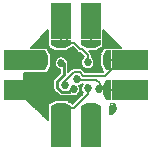
<source format=gbl>
G04 DipTrace 3.0.0.2*
G04 DRV2605L_ADJUSTED2.gbl*
%MOIN*%
G04 #@! TF.FileFunction,Copper,L2,Bot*
G04 #@! TF.Part,Single*
%AMOUTLINE0*
4,1,6,
-0.003839,0.033465,
0.014469,0.033465,
0.014469,-0.033465,
-0.003839,-0.033465,
-0.014469,-0.012795,
-0.014469,0.012795,
-0.003839,0.033465,
0*%
%AMOUTLINE3*
4,1,6,
-0.00374,0.033465,
0.01437,0.033465,
0.01437,-0.033465,
-0.00374,-0.033465,
-0.01437,-0.012795,
-0.01437,0.012795,
-0.00374,0.033465,
0*%
%AMOUTLINE6*
4,1,6,
0.033465,0.003839,
0.033465,-0.014469,
-0.033465,-0.014469,
-0.033465,0.003839,
-0.012795,0.014469,
0.012795,0.014469,
0.033465,0.003839,
0*%
%AMOUTLINE15*
4,1,6,
-0.033465,-0.003839,
-0.033465,0.014469,
0.033465,0.014469,
0.033465,-0.003839,
0.012795,-0.014469,
-0.012795,-0.014469,
-0.033465,-0.003839,
0*%
%AMOUTLINE18*
4,1,6,
0.003839,-0.033465,
-0.014469,-0.033465,
-0.014469,0.033465,
0.003839,0.033465,
0.014469,0.012795,
0.014469,-0.012795,
0.003839,-0.033465,
0*%
%AMOUTLINE21*
4,1,35,
-0.01245,-0.021726,
-0.00495,-0.020573,
0.00085,-0.018223,
0.00455,-0.015223,
0.00755,-0.012223,
0.01005,-0.007793,
0.01105,-0.005223,
0.01185,-0.001474,
0.012249,0.000526,
0.01245,0.003777,
0.01155,0.006327,
0.01005,0.007827,
0.00905,0.008827,
0.00855,0.011344,
0.008749,0.012344,
0.009337,0.014344,
0.01055,0.015425,
0.007337,0.019327,
0.004337,0.017344,
0.003636,0.017344,
0.002219,0.020827,
0.00005,0.021327,
-0.00395,0.021726,
0.000249,0.011777,
0.000249,0.010526,
-0.00005,0.008827,
-0.00095,0.008425,
-0.00295,0.009226,
-0.00545,0.013777,
-0.00824,0.020526,
-0.01024,0.019526,
-0.012379,0.017026,
-0.00945,0.009526,
-0.01095,0.009777,
-0.01245,0.009777,
-0.01245,-0.021726,
0*%
G04 #@! TA.AperFunction,Conductor*
%ADD13C,0.008*%
%ADD14C,0.01*%
G04 #@! TA.AperFunction,CopperBalancing*
%ADD15C,0.006*%
G04 #@! TA.AperFunction,ComponentPad*
%ADD19R,0.062992X0.066929*%
%ADD20R,0.08X0.066929*%
%ADD21R,0.066929X0.062992*%
%ADD22R,0.066929X0.08*%
%ADD31R,0.07874X0.066929*%
%ADD32R,0.066929X0.07874*%
G04 #@! TA.AperFunction,ViaPad*
%ADD33C,0.027*%
%ADD63OUTLINE0*%
%ADD66OUTLINE3*%
%ADD69OUTLINE6*%
%ADD78OUTLINE15*%
%ADD81OUTLINE18*%
%ADD84OUTLINE21*%
%FSLAX26Y26*%
G04*
G70*
G90*
G75*
G01*
G04 Bottom*
%LPD*%
X304054Y249894D2*
D13*
X349822D1*
X163934Y169463D2*
Y180449D1*
X193954Y210469D1*
X213924D1*
X224902Y199491D1*
X299419D1*
X349822Y249894D1*
X95589Y149894D2*
X49822D1*
X266713Y223127D2*
Y213879D1*
X230482D1*
X217791Y226570D1*
X190110D1*
X183643Y233037D1*
Y253761D1*
X182881D1*
X49822Y149894D2*
X75630D1*
X126667Y200930D1*
Y250199D1*
X142486Y266018D1*
X167781D1*
X180038Y253761D1*
X182881D1*
X192870Y153533D2*
D14*
X184743D1*
X176131Y144921D1*
X153749D1*
X139344Y159327D1*
Y180457D1*
X160429Y201542D1*
Y239730D1*
X159375Y240783D1*
X152218D1*
X249822Y304126D2*
D15*
Y349894D1*
X240180Y242969D2*
D13*
Y266803D1*
X219825Y287157D1*
X214675D1*
X195459Y306373D1*
X172693D1*
Y327022D1*
X149822Y349894D1*
Y304126D2*
Y349894D1*
X303955Y149894D2*
X349822D1*
X203822Y186879D2*
Y185388D1*
X268580D1*
X279967Y174001D1*
Y168503D1*
X298576Y149894D1*
X303955D1*
X278289Y156167D2*
X279967D1*
Y168503D1*
X240303Y156782D2*
Y137615D1*
X193749Y91062D1*
X154421D1*
X149822Y95661D1*
Y49894D1*
X249822Y95661D2*
D15*
Y49894D1*
X95589Y249894D2*
X49822D1*
D33*
X240180Y242969D3*
X240303Y156782D3*
X203822Y186879D3*
X163934Y169463D3*
X192870Y153533D3*
X182881Y253761D3*
X152218Y240783D3*
X266713Y223127D3*
X278289Y156167D3*
X99577Y341566D2*
D15*
X106534D1*
X293077D2*
X300034D1*
X93672Y335697D2*
X106534D1*
X293077D2*
X305940D1*
X87858Y329828D2*
X106534D1*
X293077D2*
X311753D1*
X81953Y323959D2*
X106534D1*
X293077D2*
X317659D1*
X76046Y318091D2*
X106534D1*
X293077D2*
X323566D1*
X70234Y312222D2*
X106534D1*
X293077D2*
X329378D1*
X64328Y306353D2*
X106534D1*
X293077D2*
X335283D1*
X58516Y300484D2*
X106534D1*
X293077D2*
X341096D1*
X52609Y294615D2*
X108503D1*
X291202D2*
X347003D1*
X107546Y288747D2*
X118066D1*
X181609D2*
X193815D1*
X281640D2*
X292159D1*
X110640Y282878D2*
X129409D1*
X170172D2*
X199627D1*
X270202D2*
X288971D1*
X113640Y277009D2*
X205627D1*
X249297D2*
X285971D1*
X116640Y271140D2*
X216503D1*
X253234D2*
X282971D1*
X119546Y265272D2*
X222409D1*
X253984D2*
X280159D1*
X119921Y259403D2*
X138596D1*
X165858D2*
X223909D1*
X256516D2*
X279783D1*
X119921Y253534D2*
X132783D1*
X171672D2*
X219503D1*
X260921D2*
X279783D1*
X119921Y247665D2*
X129971D1*
X174484D2*
X217346D1*
X262984D2*
X279783D1*
X119921Y241797D2*
X128940D1*
X175516D2*
X216878D1*
X263453D2*
X279783D1*
X119828Y235928D2*
X129409D1*
X175234D2*
X218003D1*
X262421D2*
X279878D1*
X117390Y230059D2*
X131566D1*
X175234D2*
X220909D1*
X259516D2*
X282222D1*
X114390Y224190D2*
X136066D1*
X175234D2*
X226815D1*
X253609D2*
X285222D1*
X111390Y218322D2*
X145627D1*
X175234D2*
X182471D1*
X225390D2*
X288222D1*
X108390Y212453D2*
X145627D1*
X29406Y206584D2*
X144783D1*
X29406Y200715D2*
X138878D1*
X29406Y194846D2*
X132971D1*
X29406Y188978D2*
X127346D1*
X29406Y183109D2*
X124722D1*
X29406Y177240D2*
X124534D1*
X29406Y171371D2*
X124534D1*
X29406Y165503D2*
X124534D1*
X212828D2*
X218753D1*
X29406Y159634D2*
X124534D1*
X29406Y153765D2*
X125659D1*
X29406Y147896D2*
X130066D1*
X215453D2*
X218811D1*
X29406Y142028D2*
X135878D1*
X213109D2*
X222409D1*
X29406Y136159D2*
X141783D1*
X208140D2*
X219503D1*
X29406Y130290D2*
X213690D1*
X33390Y124421D2*
X207783D1*
X39202Y118552D2*
X132690D1*
X166984D2*
X201971D1*
X45109Y112684D2*
X121253D1*
X178421D2*
X196066D1*
X51016Y106815D2*
X110096D1*
X56828Y100946D2*
X106627D1*
X62734Y95077D2*
X106534D1*
X68546Y89209D2*
X106534D1*
X74453Y83340D2*
X106534D1*
X80358Y77471D2*
X106534D1*
X86172Y71602D2*
X106534D1*
X92077Y65734D2*
X106534D1*
X97890Y59865D2*
X106534D1*
X321085Y292598D2*
X349680D1*
X292497Y349728D1*
X292526Y309157D1*
Y300287D1*
X292043Y297340D1*
X290646Y294701D1*
X288394Y292605D1*
X284844Y290698D1*
X266843Y281441D1*
X263907Y280522D1*
X259617Y280417D1*
X245273D1*
X249542Y276165D1*
X251406Y273823D1*
X252696Y271121D1*
X253345Y268106D1*
X253420Y266803D1*
Y261459D1*
X256937Y258340D1*
X258814Y256003D1*
X260366Y253438D1*
X261568Y250692D1*
X262398Y247811D1*
X262920Y242969D1*
X262722Y239978D1*
X262133Y237038D1*
X261161Y234202D1*
X259827Y231518D1*
X258150Y229033D1*
X256160Y226790D1*
X253894Y224828D1*
X251387Y223182D1*
X248688Y221881D1*
X245840Y220944D1*
X242894Y220391D1*
X239900Y220230D1*
X236911Y220465D1*
X233979Y221091D1*
X231155Y222096D1*
X228488Y223465D1*
X226024Y225172D1*
X223806Y227189D1*
X221873Y229480D1*
X220257Y232005D1*
X218988Y234720D1*
X218088Y237580D1*
X217571Y240533D1*
X217446Y243529D1*
X217718Y246514D1*
X218379Y249438D1*
X219420Y252249D1*
X220822Y254900D1*
X222559Y257343D1*
X224602Y259535D1*
X226845Y261381D1*
X214311Y273948D1*
X212875Y274041D1*
X209975Y274780D1*
X207314Y276152D1*
X203190Y279917D1*
X189999Y293109D1*
X189178Y293133D1*
X184844Y290698D1*
X166843Y281441D1*
X163907Y280522D1*
X159617Y280417D1*
X137026D1*
X133996Y280944D1*
X130133Y282812D1*
X112131Y292071D1*
X109731Y293848D1*
X108022Y296298D1*
X107189Y299259D1*
X107117Y303287D1*
Y349752D1*
X49987Y292570D1*
X90558Y292598D1*
X99428D1*
X102375Y292115D1*
X105014Y290718D1*
X107110Y288466D1*
X109017Y284916D1*
X118274Y266915D1*
X119193Y263979D1*
X119298Y259689D1*
Y237098D1*
X118772Y234068D1*
X116903Y230205D1*
X107644Y212203D1*
X105867Y209803D1*
X103417Y208094D1*
X100457Y207261D1*
X96428Y207189D1*
X28777D1*
X28806Y128400D1*
X107146Y50059D1*
X107117Y90630D1*
Y99500D1*
X107600Y102448D1*
X108997Y105087D1*
X111249Y107182D1*
X114799Y109089D1*
X132801Y118346D1*
X135736Y119265D1*
X140026Y119370D1*
X162617D1*
X165647Y118844D1*
X169510Y116975D1*
X187512Y107717D1*
X189966Y105864D1*
X189312Y106484D1*
X190752Y106787D1*
X224493Y140530D1*
X221996Y143293D1*
X220381Y145819D1*
X219112Y148534D1*
X218211Y151394D1*
X217694Y154346D1*
X217570Y157343D1*
X217841Y160328D1*
X218503Y163252D1*
X219543Y166063D1*
X220945Y168713D1*
X223640Y172184D1*
X219802Y170701D1*
X217535Y168739D1*
X215030Y167093D1*
X212063Y165703D1*
X214259Y161256D1*
X215088Y158375D1*
X215610Y153533D1*
X215412Y150542D1*
X214823Y147602D1*
X213852Y144766D1*
X212517Y142083D1*
X210840Y139597D1*
X208850Y137354D1*
X206584Y135392D1*
X204077Y133747D1*
X201378Y132445D1*
X198530Y131508D1*
X195584Y130955D1*
X192591Y130794D1*
X189601Y131029D1*
X186669Y131655D1*
X183596Y132789D1*
X181714Y131822D1*
X178850Y130944D1*
X173131Y130681D1*
X153749D1*
X150772Y130996D1*
X147925Y131927D1*
X145789Y133114D1*
X141559Y136974D1*
X129274Y149257D1*
X127391Y151585D1*
X126037Y154256D1*
X125366Y156608D1*
X125104Y162327D1*
Y180457D1*
X125419Y183434D1*
X126349Y186281D1*
X127537Y188417D1*
X131396Y192647D1*
X146189Y207542D1*
Y218886D1*
X143193Y219911D1*
X140526Y221280D1*
X138062Y222987D1*
X135844Y225004D1*
X133911Y227295D1*
X132295Y229820D1*
X131026Y232537D1*
X130126Y235395D1*
X129609Y238349D1*
X129484Y241344D1*
X129756Y244329D1*
X130417Y247253D1*
X131458Y250064D1*
X132860Y252715D1*
X134597Y255157D1*
X136640Y257350D1*
X138955Y259256D1*
X141501Y260840D1*
X144232Y262075D1*
X147102Y262941D1*
X150062Y263421D1*
X153058Y263508D1*
X156039Y263201D1*
X158955Y262503D1*
X161753Y261428D1*
X164387Y259993D1*
X166808Y258226D1*
X168975Y256155D1*
X170852Y253818D1*
X172404Y251253D1*
X173606Y248507D1*
X174436Y245626D1*
X174958Y240783D1*
X174668Y236731D1*
Y209824D1*
X184592Y219831D1*
X186934Y221696D1*
X189636Y222986D1*
X192652Y223634D1*
X193954Y223709D1*
X213924D1*
X216898Y223370D1*
X219720Y222373D1*
X222312Y220699D1*
X223286Y219831D1*
X230379Y212738D1*
X291745Y212731D1*
X281369Y232873D1*
X280450Y235808D1*
X280345Y240098D1*
Y262689D1*
X280871Y265719D1*
X282740Y269583D1*
X291999Y287584D1*
X293776Y289984D1*
X296226Y291693D1*
X299186Y292526D1*
X303215Y292598D1*
X321085D1*
D19*
X349822Y149894D3*
Y249894D3*
D20*
X399822Y149894D3*
Y249894D3*
D63*
X304054D3*
D66*
X303955Y149894D3*
D21*
X249822Y49894D3*
X149822D3*
D69*
Y95661D3*
X249822D3*
D22*
Y-106D3*
X149822D3*
D21*
Y349894D3*
X249822D3*
D78*
Y304126D3*
X149822D3*
D22*
Y399894D3*
X249822D3*
D19*
X49822Y149894D3*
Y249894D3*
D81*
X95589D3*
Y149894D3*
D20*
X-178D3*
Y249894D3*
D84*
X324555Y87688D3*
D31*
X39192Y249894D3*
Y149894D3*
D32*
X249822Y360524D3*
X149822D3*
D31*
X360451Y249894D3*
Y149894D3*
D32*
X149822Y39264D3*
X249822D3*
M02*

</source>
